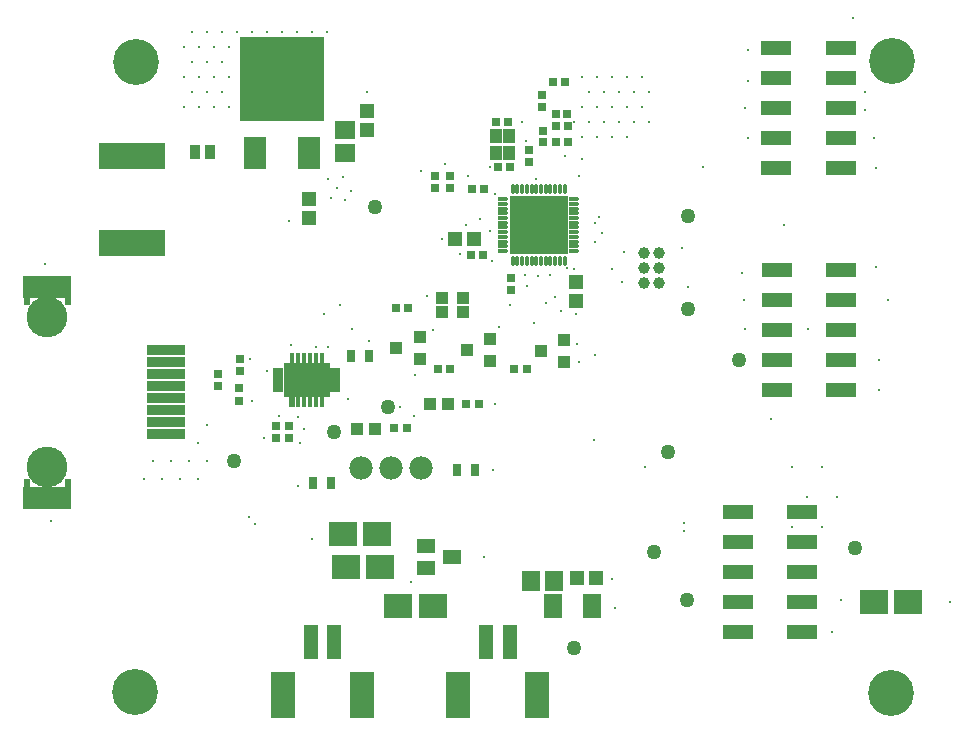
<source format=gbr>
G04*
G04 #@! TF.GenerationSoftware,Altium Limited,Altium Designer,23.1.1 (15)*
G04*
G04 Layer_Color=8388736*
%FSLAX25Y25*%
%MOIN*%
G70*
G04*
G04 #@! TF.SameCoordinates,577C2DE3-5836-4DB5-AD87-4C8AFCD19023*
G04*
G04*
G04 #@! TF.FilePolarity,Negative*
G04*
G01*
G75*
%ADD43R,0.10000X0.05000*%
%ADD44R,0.22047X0.09055*%
%ADD51R,0.04540X0.04737*%
%ADD52R,0.03700X0.01900*%
%ADD53R,0.01980X0.03560*%
%ADD54R,0.01780X0.03560*%
%ADD55R,0.15170X0.11233*%
%ADD56R,0.09383X0.08398*%
%ADD57R,0.06312X0.08280*%
%ADD58R,0.07887X0.15761*%
%ADD59R,0.04737X0.11430*%
%ADD60R,0.04343X0.03950*%
%ADD61R,0.04737X0.04540*%
%ADD62R,0.02769X0.02769*%
%ADD63R,0.03162X0.03162*%
%ADD64R,0.04343X0.03950*%
%ADD65R,0.03162X0.03162*%
%ADD66R,0.02769X0.02769*%
%ADD67R,0.02769X0.03950*%
%ADD68C,0.05000*%
%ADD69R,0.03950X0.03950*%
%ADD70O,0.01587X0.03359*%
%ADD71R,0.19304X0.19304*%
%ADD72O,0.03359X0.01587*%
%ADD73R,0.16154X0.07500*%
%ADD74R,0.02375X0.02985*%
%ADD75R,0.16154X0.07500*%
%ADD76R,0.12808X0.03202*%
%ADD77R,0.04106X0.04500*%
%ADD78R,0.02965X0.02965*%
%ADD79R,0.06312X0.04737*%
%ADD80R,0.06706X0.05918*%
%ADD81R,0.03753X0.04540*%
%ADD82R,0.28400X0.28400*%
%ADD83R,0.07300X0.10650*%
%ADD84R,0.05918X0.06706*%
%ADD85C,0.03900*%
%ADD86C,0.07800*%
%ADD87C,0.13595*%
%ADD88C,0.15300*%
%ADD89C,0.00700*%
%ADD90C,0.03398*%
D43*
X273500Y40000D02*
D03*
Y50000D02*
D03*
Y60000D02*
D03*
Y70000D02*
D03*
Y80000D02*
D03*
X252004Y40000D02*
D03*
Y50000D02*
D03*
Y60000D02*
D03*
Y70000D02*
D03*
Y80000D02*
D03*
X286500Y120500D02*
D03*
Y130500D02*
D03*
Y140500D02*
D03*
Y150500D02*
D03*
Y160500D02*
D03*
X265004Y120500D02*
D03*
Y130500D02*
D03*
Y140500D02*
D03*
Y150500D02*
D03*
Y160500D02*
D03*
X286248Y194500D02*
D03*
Y204500D02*
D03*
Y214500D02*
D03*
Y224500D02*
D03*
Y234500D02*
D03*
X264752Y194500D02*
D03*
Y204500D02*
D03*
Y214500D02*
D03*
Y224500D02*
D03*
Y234500D02*
D03*
D44*
X50000Y198567D02*
D03*
Y169433D02*
D03*
D51*
X164150Y171000D02*
D03*
X157850D02*
D03*
X198350Y58000D02*
D03*
X204650D02*
D03*
D52*
X117866Y126981D02*
D03*
Y125011D02*
D03*
Y123041D02*
D03*
X98870Y126981D02*
D03*
Y125011D02*
D03*
Y123041D02*
D03*
Y121071D02*
D03*
X117866D02*
D03*
D53*
X103500Y116441D02*
D03*
D54*
X105468D02*
D03*
X107437D02*
D03*
X109406D02*
D03*
X111374D02*
D03*
X113342D02*
D03*
Y131401D02*
D03*
X111374D02*
D03*
X109406D02*
D03*
X107437D02*
D03*
X105468D02*
D03*
X103500D02*
D03*
D55*
X108368Y123921D02*
D03*
D56*
X138752Y48500D02*
D03*
X150248D02*
D03*
X120252Y72500D02*
D03*
X131748D02*
D03*
X121252Y61500D02*
D03*
X132748D02*
D03*
X308748Y50000D02*
D03*
X297252D02*
D03*
D57*
X203496Y48500D02*
D03*
X190504D02*
D03*
D58*
X100311Y18984D02*
D03*
X126689D02*
D03*
X158811D02*
D03*
X185189D02*
D03*
D59*
X109563Y36504D02*
D03*
X117437D02*
D03*
X168063D02*
D03*
X175937D02*
D03*
D60*
X160543Y151362D02*
D03*
X153457D02*
D03*
X160543Y146638D02*
D03*
X153457D02*
D03*
D61*
X198000Y150350D02*
D03*
Y156650D02*
D03*
X128500Y213650D02*
D03*
Y207350D02*
D03*
X109000Y184150D02*
D03*
Y177850D02*
D03*
D62*
X176500Y157968D02*
D03*
Y154032D02*
D03*
X182500Y196531D02*
D03*
Y200468D02*
D03*
X102500Y104563D02*
D03*
Y108500D02*
D03*
X98000Y104563D02*
D03*
Y108500D02*
D03*
D63*
X177433Y127500D02*
D03*
X181567D02*
D03*
X137433Y108000D02*
D03*
X141567D02*
D03*
X161433Y116000D02*
D03*
X165567D02*
D03*
X137933Y148000D02*
D03*
X142067D02*
D03*
X156067Y127500D02*
D03*
X151933D02*
D03*
D64*
X194102Y130000D02*
D03*
Y137205D02*
D03*
X186228Y133602D02*
D03*
X169437Y130398D02*
D03*
Y137602D02*
D03*
X161563Y134000D02*
D03*
X145937Y130898D02*
D03*
Y138102D02*
D03*
X138063Y134500D02*
D03*
D65*
X85700Y121100D02*
D03*
Y116966D02*
D03*
X156000Y192067D02*
D03*
Y187933D02*
D03*
X151000Y192067D02*
D03*
Y187933D02*
D03*
X186800Y219067D02*
D03*
Y214933D02*
D03*
X78600Y121766D02*
D03*
Y125900D02*
D03*
X85900Y126833D02*
D03*
Y130967D02*
D03*
D66*
X190532Y223200D02*
D03*
X194468D02*
D03*
X171531Y210000D02*
D03*
X175469D02*
D03*
X195468Y203100D02*
D03*
X191532D02*
D03*
X166969Y165500D02*
D03*
X163031D02*
D03*
X167469Y187500D02*
D03*
X163531D02*
D03*
X175969Y195000D02*
D03*
X172031D02*
D03*
X191232Y212600D02*
D03*
X195168D02*
D03*
X191332Y208500D02*
D03*
X195268D02*
D03*
D67*
X110547Y89500D02*
D03*
X116453D02*
D03*
X158547Y94000D02*
D03*
X164453D02*
D03*
X128953Y132000D02*
D03*
X123047D02*
D03*
D68*
X117500Y106500D02*
D03*
X84000Y97000D02*
D03*
X197500Y34500D02*
D03*
X131000Y181500D02*
D03*
X135500Y115000D02*
D03*
X291000Y68000D02*
D03*
X252500Y130500D02*
D03*
X224000Y66500D02*
D03*
X235500Y178500D02*
D03*
X235000Y50500D02*
D03*
X235500Y147500D02*
D03*
X228636Y100000D02*
D03*
D69*
X130953Y107500D02*
D03*
X125047D02*
D03*
X155453Y116000D02*
D03*
X149547D02*
D03*
D70*
X192677Y163654D02*
D03*
X191102D02*
D03*
X189528D02*
D03*
X176929Y187472D02*
D03*
X178504D02*
D03*
X180079D02*
D03*
X181653D02*
D03*
X183228D02*
D03*
X184803D02*
D03*
X186378D02*
D03*
X187953D02*
D03*
X189528D02*
D03*
X191102D02*
D03*
X192677D02*
D03*
X194252D02*
D03*
Y163654D02*
D03*
X186378D02*
D03*
X184803D02*
D03*
X183228D02*
D03*
X181653D02*
D03*
X180079D02*
D03*
X178504D02*
D03*
X176929D02*
D03*
X187953D02*
D03*
D71*
X185591Y175563D02*
D03*
D72*
X173681Y166902D02*
D03*
Y170051D02*
D03*
Y171626D02*
D03*
Y173201D02*
D03*
Y174776D02*
D03*
Y176350D02*
D03*
Y182650D02*
D03*
Y184224D02*
D03*
X197500D02*
D03*
Y182650D02*
D03*
Y181075D02*
D03*
Y179500D02*
D03*
Y177925D02*
D03*
Y176350D02*
D03*
Y174776D02*
D03*
Y173201D02*
D03*
Y171626D02*
D03*
Y170051D02*
D03*
Y168476D02*
D03*
Y166902D02*
D03*
X173681Y168476D02*
D03*
Y181075D02*
D03*
Y179500D02*
D03*
Y177925D02*
D03*
D73*
X21870Y84574D02*
D03*
D74*
X14980Y89485D02*
D03*
X28760D02*
D03*
X14980Y150115D02*
D03*
X28760D02*
D03*
D75*
X21870Y155026D02*
D03*
D76*
X61240Y109800D02*
D03*
Y113800D02*
D03*
Y117800D02*
D03*
Y121800D02*
D03*
Y125800D02*
D03*
Y129800D02*
D03*
Y105800D02*
D03*
Y133800D02*
D03*
D77*
X171236Y199646D02*
D03*
X175764D02*
D03*
Y205354D02*
D03*
X171236D02*
D03*
D78*
X186900Y207070D02*
D03*
Y203330D02*
D03*
D79*
X156831Y65000D02*
D03*
X148169Y61260D02*
D03*
Y68740D02*
D03*
D80*
X121000Y199660D02*
D03*
Y207140D02*
D03*
D81*
X76000Y200000D02*
D03*
X71079D02*
D03*
D82*
X100000Y224300D02*
D03*
D83*
X109050Y199700D02*
D03*
X90950D02*
D03*
D84*
X183160Y57000D02*
D03*
X190640D02*
D03*
D85*
X220800Y156400D02*
D03*
Y161400D02*
D03*
Y166400D02*
D03*
X225800D02*
D03*
Y161400D02*
D03*
Y156400D02*
D03*
D86*
X126500Y94500D02*
D03*
X136500D02*
D03*
X146500D02*
D03*
D87*
X21870Y94800D02*
D03*
Y144800D02*
D03*
D88*
X51400Y229800D02*
D03*
X303300Y230100D02*
D03*
X303100Y19500D02*
D03*
X51200Y20000D02*
D03*
D89*
X105500Y111500D02*
D03*
X99000Y112000D02*
D03*
X181500Y203500D02*
D03*
X162000Y192000D02*
D03*
X171000Y186000D02*
D03*
X114000Y121000D02*
D03*
X110500D02*
D03*
X107000D02*
D03*
X103000D02*
D03*
X103500Y124000D02*
D03*
X107000D02*
D03*
X110500D02*
D03*
X114000D02*
D03*
Y127000D02*
D03*
X110500D02*
D03*
X107000D02*
D03*
X103506Y127376D02*
D03*
X191000Y151500D02*
D03*
X198000Y146000D02*
D03*
X180000Y210000D02*
D03*
X210000Y161000D02*
D03*
X240500Y195000D02*
D03*
X194969Y161177D02*
D03*
X189500Y159000D02*
D03*
X193000Y147000D02*
D03*
X255500Y223500D02*
D03*
X185500Y158500D02*
D03*
X122000Y117500D02*
D03*
X21000Y162500D02*
D03*
X23000Y77000D02*
D03*
X148500Y152000D02*
D03*
X197500Y161000D02*
D03*
X170000Y163500D02*
D03*
X75000Y109000D02*
D03*
X72000Y103000D02*
D03*
X75000Y97000D02*
D03*
X72000Y91000D02*
D03*
X69000Y97000D02*
D03*
X66000Y91000D02*
D03*
X63000Y97000D02*
D03*
X60000Y91000D02*
D03*
X57000Y97000D02*
D03*
X54000Y91000D02*
D03*
X115000Y240000D02*
D03*
X110000D02*
D03*
X105000D02*
D03*
X100000D02*
D03*
X95000D02*
D03*
X90000D02*
D03*
X85000D02*
D03*
X80000D02*
D03*
X82500Y235000D02*
D03*
X80000Y230000D02*
D03*
X82500Y225000D02*
D03*
X80000Y220000D02*
D03*
X82500Y215000D02*
D03*
X75000Y240000D02*
D03*
X77500Y235000D02*
D03*
X75000Y230000D02*
D03*
X77500Y225000D02*
D03*
X75000Y220000D02*
D03*
X77500Y215000D02*
D03*
X70000Y240000D02*
D03*
X72500Y235000D02*
D03*
X70000Y230000D02*
D03*
X72500Y225000D02*
D03*
X70000Y220000D02*
D03*
X72500Y215000D02*
D03*
X67500Y235000D02*
D03*
Y225000D02*
D03*
Y215000D02*
D03*
X220000Y225000D02*
D03*
X222500Y220000D02*
D03*
X220000Y215000D02*
D03*
X222500Y210000D02*
D03*
X215000Y225000D02*
D03*
X217500Y220000D02*
D03*
X215000Y215000D02*
D03*
X217500Y210000D02*
D03*
X215000Y205000D02*
D03*
X210000Y225000D02*
D03*
X212500Y220000D02*
D03*
X210000Y215000D02*
D03*
X212500Y210000D02*
D03*
X210000Y205000D02*
D03*
X205000Y225000D02*
D03*
X207500Y220000D02*
D03*
X205000Y215000D02*
D03*
X207500Y210000D02*
D03*
X205000Y205000D02*
D03*
X200000Y225000D02*
D03*
X202500Y220000D02*
D03*
X200000Y215000D02*
D03*
X202500Y210000D02*
D03*
X200000Y205000D02*
D03*
X197500Y210000D02*
D03*
X280000Y95000D02*
D03*
X285000Y85000D02*
D03*
X280000Y75000D02*
D03*
X270000Y95000D02*
D03*
X275000Y85000D02*
D03*
X270000Y75000D02*
D03*
X102500Y177000D02*
D03*
X206858Y172858D02*
D03*
X204281Y169778D02*
D03*
Y176391D02*
D03*
X267500Y175500D02*
D03*
X275500Y141000D02*
D03*
X204238Y132409D02*
D03*
X199000Y130000D02*
D03*
X204000Y104000D02*
D03*
X302000Y150500D02*
D03*
X290500Y244500D02*
D03*
X294500Y220000D02*
D03*
X298000Y194500D02*
D03*
X297500Y204500D02*
D03*
X255500D02*
D03*
X188000Y149500D02*
D03*
X254500Y214500D02*
D03*
Y141000D02*
D03*
X198500Y136000D02*
D03*
X263000Y111000D02*
D03*
X205843Y178343D02*
D03*
X181836Y155336D02*
D03*
X159500Y166000D02*
D03*
X172500Y141500D02*
D03*
X176000Y148969D02*
D03*
X184000Y143000D02*
D03*
X123500Y141000D02*
D03*
X294500Y214000D02*
D03*
X255500Y234000D02*
D03*
X299000Y130500D02*
D03*
Y120500D02*
D03*
X171000Y116000D02*
D03*
X161500Y175500D02*
D03*
X254000Y150500D02*
D03*
X253500Y159500D02*
D03*
X233500Y168000D02*
D03*
X199000Y192000D02*
D03*
X181000Y159000D02*
D03*
X153500Y171000D02*
D03*
X169500Y173500D02*
D03*
X154500Y196000D02*
D03*
X146500Y193500D02*
D03*
X298000Y161500D02*
D03*
X221000Y95000D02*
D03*
X119500Y149000D02*
D03*
X114000Y146000D02*
D03*
X283500Y40000D02*
D03*
X286500Y50500D02*
D03*
X213500Y156500D02*
D03*
X90950Y76050D02*
D03*
X88899Y78101D02*
D03*
X234000Y76250D02*
D03*
Y73750D02*
D03*
X105500Y88500D02*
D03*
X170500Y94000D02*
D03*
X150500Y140500D02*
D03*
X144500Y125500D02*
D03*
X95000Y127000D02*
D03*
X106000Y103000D02*
D03*
X94000Y104500D02*
D03*
X107500Y107500D02*
D03*
X144000Y112000D02*
D03*
X166000Y177500D02*
D03*
X139500Y115000D02*
D03*
X129000Y137000D02*
D03*
X103000Y135500D02*
D03*
X115500Y135000D02*
D03*
X111260D02*
D03*
X169500Y195000D02*
D03*
X184878Y191000D02*
D03*
X194500Y198500D02*
D03*
X200000Y197500D02*
D03*
X214000Y166500D02*
D03*
X235500Y155000D02*
D03*
X110000Y71000D02*
D03*
X322748Y50000D02*
D03*
X210000Y57500D02*
D03*
X167500Y65000D02*
D03*
X143000Y56500D02*
D03*
X211000Y48000D02*
D03*
X121000Y184000D02*
D03*
X118500Y188000D02*
D03*
X116500Y184500D02*
D03*
X123000Y187000D02*
D03*
X120500Y191500D02*
D03*
X115500Y191000D02*
D03*
X128500Y220000D02*
D03*
X89500Y131000D02*
D03*
X90000Y116800D02*
D03*
D90*
X192677Y182650D02*
D03*
Y177925D02*
D03*
Y173201D02*
D03*
Y168476D02*
D03*
X187953Y182650D02*
D03*
Y177925D02*
D03*
Y173201D02*
D03*
Y168476D02*
D03*
X183228Y182650D02*
D03*
Y177925D02*
D03*
Y173201D02*
D03*
Y168476D02*
D03*
X178504Y182650D02*
D03*
Y177925D02*
D03*
Y168476D02*
D03*
Y173201D02*
D03*
M02*

</source>
